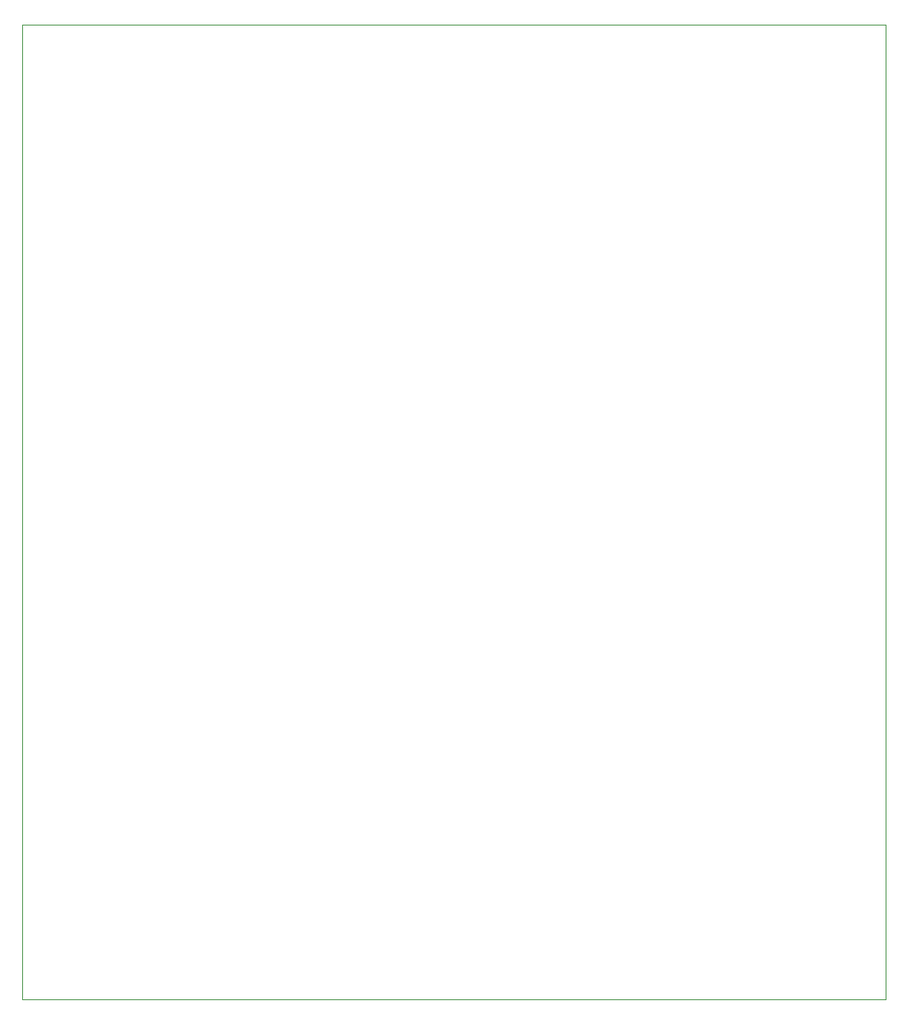
<source format=gm1>
G04 #@! TF.GenerationSoftware,KiCad,Pcbnew,(5.1.5)-3*
G04 #@! TF.CreationDate,2019-12-27T06:25:42+09:00*
G04 #@! TF.ProjectId,MidiKey16,4d696469-4b65-4793-9136-2e6b69636164,rev?*
G04 #@! TF.SameCoordinates,Original*
G04 #@! TF.FileFunction,Profile,NP*
%FSLAX46Y46*%
G04 Gerber Fmt 4.6, Leading zero omitted, Abs format (unit mm)*
G04 Created by KiCad (PCBNEW (5.1.5)-3) date 2019-12-27 06:25:42*
%MOMM*%
%LPD*%
G04 APERTURE LIST*
%ADD10C,0.050000*%
G04 APERTURE END LIST*
D10*
X38100000Y-152400000D02*
X38100000Y-52070000D01*
X127000000Y-52070000D02*
X127000000Y-152400000D01*
X38100000Y-52070000D02*
X127000000Y-52070000D01*
X127000000Y-152400000D02*
X38100000Y-152400000D01*
M02*

</source>
